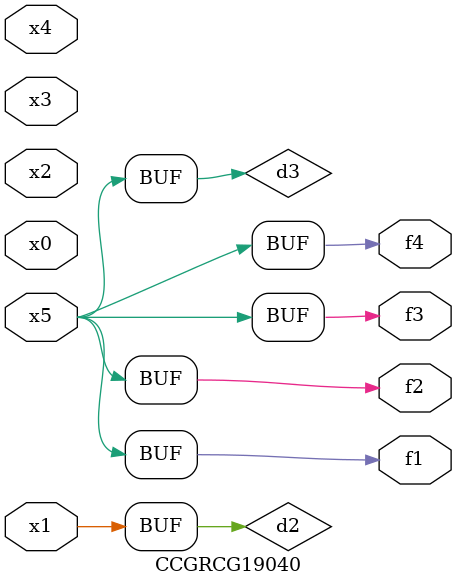
<source format=v>
module CCGRCG19040(
	input x0, x1, x2, x3, x4, x5,
	output f1, f2, f3, f4
);

	wire d1, d2, d3;

	not (d1, x5);
	or (d2, x1);
	xnor (d3, d1);
	assign f1 = d3;
	assign f2 = d3;
	assign f3 = d3;
	assign f4 = d3;
endmodule

</source>
